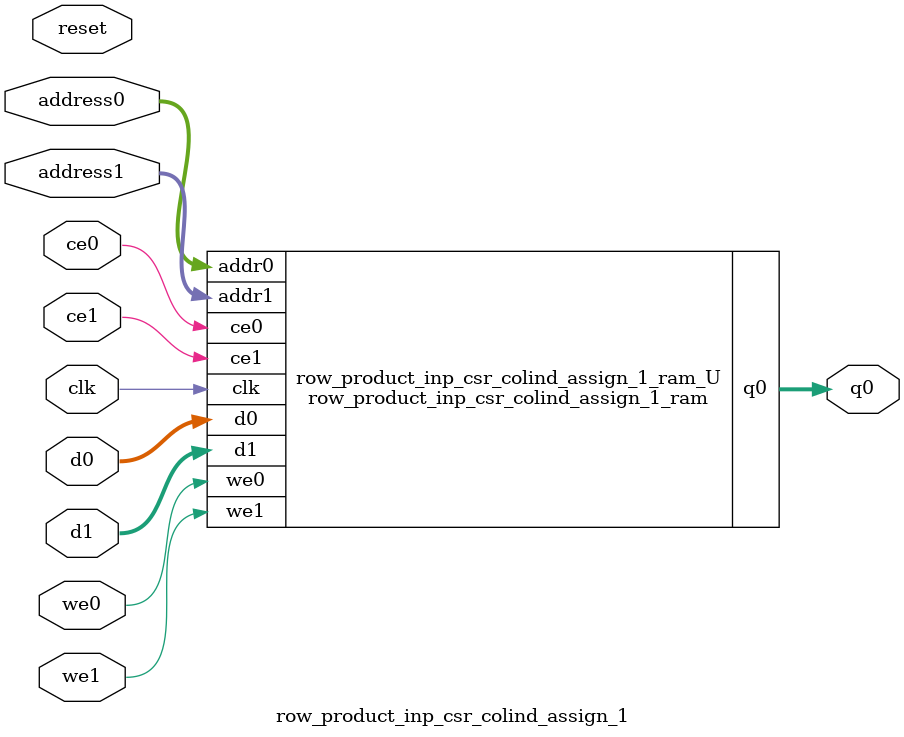
<source format=v>
`timescale 1 ns / 1 ps
module row_product_inp_csr_colind_assign_1_ram (addr0, ce0, d0, we0, q0, addr1, ce1, d1, we1,  clk);

parameter DWIDTH = 32;
parameter AWIDTH = 5;
parameter MEM_SIZE = 20;

input[AWIDTH-1:0] addr0;
input ce0;
input[DWIDTH-1:0] d0;
input we0;
output reg[DWIDTH-1:0] q0;
input[AWIDTH-1:0] addr1;
input ce1;
input[DWIDTH-1:0] d1;
input we1;
input clk;

reg [DWIDTH-1:0] ram[0:MEM_SIZE-1];




always @(posedge clk)  
begin 
    if (ce0) begin
        if (we0) 
            ram[addr0] <= d0; 
        q0 <= ram[addr0];
    end
end


always @(posedge clk)  
begin 
    if (ce1) begin
        if (we1) 
            ram[addr1] <= d1; 
    end
end


endmodule

`timescale 1 ns / 1 ps
module row_product_inp_csr_colind_assign_1(
    reset,
    clk,
    address0,
    ce0,
    we0,
    d0,
    q0,
    address1,
    ce1,
    we1,
    d1);

parameter DataWidth = 32'd32;
parameter AddressRange = 32'd20;
parameter AddressWidth = 32'd5;
input reset;
input clk;
input[AddressWidth - 1:0] address0;
input ce0;
input we0;
input[DataWidth - 1:0] d0;
output[DataWidth - 1:0] q0;
input[AddressWidth - 1:0] address1;
input ce1;
input we1;
input[DataWidth - 1:0] d1;



row_product_inp_csr_colind_assign_1_ram row_product_inp_csr_colind_assign_1_ram_U(
    .clk( clk ),
    .addr0( address0 ),
    .ce0( ce0 ),
    .we0( we0 ),
    .d0( d0 ),
    .q0( q0 ),
    .addr1( address1 ),
    .ce1( ce1 ),
    .we1( we1 ),
    .d1( d1 ));

endmodule


</source>
